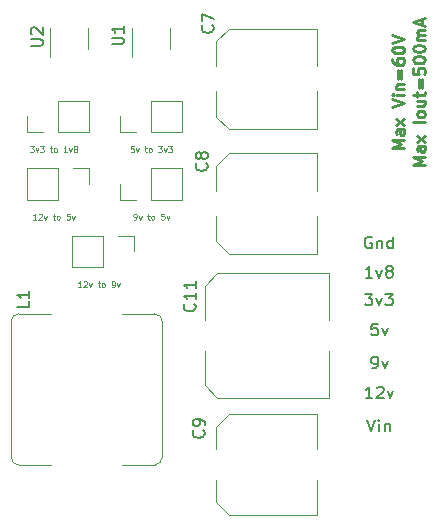
<source format=gbr>
G04 #@! TF.GenerationSoftware,KiCad,Pcbnew,5.1.5-1.fc30*
G04 #@! TF.CreationDate,2020-12-14T14:28:46-06:00*
G04 #@! TF.ProjectId,auxiliary_power,61757869-6c69-4617-9279-5f706f776572,rev?*
G04 #@! TF.SameCoordinates,Original*
G04 #@! TF.FileFunction,Legend,Top*
G04 #@! TF.FilePolarity,Positive*
%FSLAX46Y46*%
G04 Gerber Fmt 4.6, Leading zero omitted, Abs format (unit mm)*
G04 Created by KiCad (PCBNEW 5.1.5-1.fc30) date 2020-12-14 14:28:46*
%MOMM*%
%LPD*%
G04 APERTURE LIST*
%ADD10C,0.250000*%
%ADD11C,0.200000*%
%ADD12C,0.100000*%
%ADD13C,0.120000*%
%ADD14C,0.150000*%
G04 APERTURE END LIST*
D10*
X123021380Y-84954476D02*
X122021380Y-84954476D01*
X122735666Y-84621142D01*
X122021380Y-84287809D01*
X123021380Y-84287809D01*
X123021380Y-83383047D02*
X122497571Y-83383047D01*
X122402333Y-83430666D01*
X122354714Y-83525904D01*
X122354714Y-83716380D01*
X122402333Y-83811619D01*
X122973761Y-83383047D02*
X123021380Y-83478285D01*
X123021380Y-83716380D01*
X122973761Y-83811619D01*
X122878523Y-83859238D01*
X122783285Y-83859238D01*
X122688047Y-83811619D01*
X122640428Y-83716380D01*
X122640428Y-83478285D01*
X122592809Y-83383047D01*
X123021380Y-83002095D02*
X122354714Y-82478285D01*
X122354714Y-83002095D02*
X123021380Y-82478285D01*
X122021380Y-81478285D02*
X123021380Y-81144952D01*
X122021380Y-80811619D01*
X123021380Y-80478285D02*
X122354714Y-80478285D01*
X122021380Y-80478285D02*
X122069000Y-80525904D01*
X122116619Y-80478285D01*
X122069000Y-80430666D01*
X122021380Y-80478285D01*
X122116619Y-80478285D01*
X122354714Y-80002095D02*
X123021380Y-80002095D01*
X122449952Y-80002095D02*
X122402333Y-79954476D01*
X122354714Y-79859238D01*
X122354714Y-79716380D01*
X122402333Y-79621142D01*
X122497571Y-79573523D01*
X123021380Y-79573523D01*
X122497571Y-79097333D02*
X122497571Y-78335428D01*
X122783285Y-78335428D02*
X122783285Y-79097333D01*
X122021380Y-77430666D02*
X122021380Y-77621142D01*
X122069000Y-77716380D01*
X122116619Y-77764000D01*
X122259476Y-77859238D01*
X122449952Y-77906857D01*
X122830904Y-77906857D01*
X122926142Y-77859238D01*
X122973761Y-77811619D01*
X123021380Y-77716380D01*
X123021380Y-77525904D01*
X122973761Y-77430666D01*
X122926142Y-77383047D01*
X122830904Y-77335428D01*
X122592809Y-77335428D01*
X122497571Y-77383047D01*
X122449952Y-77430666D01*
X122402333Y-77525904D01*
X122402333Y-77716380D01*
X122449952Y-77811619D01*
X122497571Y-77859238D01*
X122592809Y-77906857D01*
X122021380Y-76716380D02*
X122021380Y-76621142D01*
X122069000Y-76525904D01*
X122116619Y-76478285D01*
X122211857Y-76430666D01*
X122402333Y-76383047D01*
X122640428Y-76383047D01*
X122830904Y-76430666D01*
X122926142Y-76478285D01*
X122973761Y-76525904D01*
X123021380Y-76621142D01*
X123021380Y-76716380D01*
X122973761Y-76811619D01*
X122926142Y-76859238D01*
X122830904Y-76906857D01*
X122640428Y-76954476D01*
X122402333Y-76954476D01*
X122211857Y-76906857D01*
X122116619Y-76859238D01*
X122069000Y-76811619D01*
X122021380Y-76716380D01*
X122021380Y-76097333D02*
X123021380Y-75764000D01*
X122021380Y-75430666D01*
X124771380Y-86406857D02*
X123771380Y-86406857D01*
X124485666Y-86073523D01*
X123771380Y-85740190D01*
X124771380Y-85740190D01*
X124771380Y-84835428D02*
X124247571Y-84835428D01*
X124152333Y-84883047D01*
X124104714Y-84978285D01*
X124104714Y-85168761D01*
X124152333Y-85264000D01*
X124723761Y-84835428D02*
X124771380Y-84930666D01*
X124771380Y-85168761D01*
X124723761Y-85264000D01*
X124628523Y-85311619D01*
X124533285Y-85311619D01*
X124438047Y-85264000D01*
X124390428Y-85168761D01*
X124390428Y-84930666D01*
X124342809Y-84835428D01*
X124771380Y-84454476D02*
X124104714Y-83930666D01*
X124104714Y-84454476D02*
X124771380Y-83930666D01*
X124771380Y-82787809D02*
X123771380Y-82787809D01*
X124771380Y-82168761D02*
X124723761Y-82264000D01*
X124676142Y-82311619D01*
X124580904Y-82359238D01*
X124295190Y-82359238D01*
X124199952Y-82311619D01*
X124152333Y-82264000D01*
X124104714Y-82168761D01*
X124104714Y-82025904D01*
X124152333Y-81930666D01*
X124199952Y-81883047D01*
X124295190Y-81835428D01*
X124580904Y-81835428D01*
X124676142Y-81883047D01*
X124723761Y-81930666D01*
X124771380Y-82025904D01*
X124771380Y-82168761D01*
X124104714Y-80978285D02*
X124771380Y-80978285D01*
X124104714Y-81406857D02*
X124628523Y-81406857D01*
X124723761Y-81359238D01*
X124771380Y-81264000D01*
X124771380Y-81121142D01*
X124723761Y-81025904D01*
X124676142Y-80978285D01*
X124104714Y-80644952D02*
X124104714Y-80264000D01*
X123771380Y-80502095D02*
X124628523Y-80502095D01*
X124723761Y-80454476D01*
X124771380Y-80359238D01*
X124771380Y-80264000D01*
X124247571Y-79930666D02*
X124247571Y-79168761D01*
X124533285Y-79168761D02*
X124533285Y-79930666D01*
X123771380Y-78216380D02*
X123771380Y-78692571D01*
X124247571Y-78740190D01*
X124199952Y-78692571D01*
X124152333Y-78597333D01*
X124152333Y-78359238D01*
X124199952Y-78264000D01*
X124247571Y-78216380D01*
X124342809Y-78168761D01*
X124580904Y-78168761D01*
X124676142Y-78216380D01*
X124723761Y-78264000D01*
X124771380Y-78359238D01*
X124771380Y-78597333D01*
X124723761Y-78692571D01*
X124676142Y-78740190D01*
X123771380Y-77549714D02*
X123771380Y-77454476D01*
X123819000Y-77359238D01*
X123866619Y-77311619D01*
X123961857Y-77264000D01*
X124152333Y-77216380D01*
X124390428Y-77216380D01*
X124580904Y-77264000D01*
X124676142Y-77311619D01*
X124723761Y-77359238D01*
X124771380Y-77454476D01*
X124771380Y-77549714D01*
X124723761Y-77644952D01*
X124676142Y-77692571D01*
X124580904Y-77740190D01*
X124390428Y-77787809D01*
X124152333Y-77787809D01*
X123961857Y-77740190D01*
X123866619Y-77692571D01*
X123819000Y-77644952D01*
X123771380Y-77549714D01*
X123771380Y-76597333D02*
X123771380Y-76502095D01*
X123819000Y-76406857D01*
X123866619Y-76359238D01*
X123961857Y-76311619D01*
X124152333Y-76264000D01*
X124390428Y-76264000D01*
X124580904Y-76311619D01*
X124676142Y-76359238D01*
X124723761Y-76406857D01*
X124771380Y-76502095D01*
X124771380Y-76597333D01*
X124723761Y-76692571D01*
X124676142Y-76740190D01*
X124580904Y-76787809D01*
X124390428Y-76835428D01*
X124152333Y-76835428D01*
X123961857Y-76787809D01*
X123866619Y-76740190D01*
X123819000Y-76692571D01*
X123771380Y-76597333D01*
X124771380Y-75835428D02*
X124104714Y-75835428D01*
X124199952Y-75835428D02*
X124152333Y-75787809D01*
X124104714Y-75692571D01*
X124104714Y-75549714D01*
X124152333Y-75454476D01*
X124247571Y-75406857D01*
X124771380Y-75406857D01*
X124247571Y-75406857D02*
X124152333Y-75359238D01*
X124104714Y-75264000D01*
X124104714Y-75121142D01*
X124152333Y-75025904D01*
X124247571Y-74978285D01*
X124771380Y-74978285D01*
X124485666Y-74549714D02*
X124485666Y-74073523D01*
X124771380Y-74644952D02*
X123771380Y-74311619D01*
X124771380Y-73978285D01*
D11*
X119880190Y-107973880D02*
X120213523Y-108973880D01*
X120546857Y-107973880D01*
X120880190Y-108973880D02*
X120880190Y-108307214D01*
X120880190Y-107973880D02*
X120832571Y-108021500D01*
X120880190Y-108069119D01*
X120927809Y-108021500D01*
X120880190Y-107973880D01*
X120880190Y-108069119D01*
X121356380Y-108307214D02*
X121356380Y-108973880D01*
X121356380Y-108402452D02*
X121404000Y-108354833D01*
X121499238Y-108307214D01*
X121642095Y-108307214D01*
X121737333Y-108354833D01*
X121784952Y-108450071D01*
X121784952Y-108973880D01*
X120332571Y-106179880D02*
X119761142Y-106179880D01*
X120046857Y-106179880D02*
X120046857Y-105179880D01*
X119951619Y-105322738D01*
X119856380Y-105417976D01*
X119761142Y-105465595D01*
X120713523Y-105275119D02*
X120761142Y-105227500D01*
X120856380Y-105179880D01*
X121094476Y-105179880D01*
X121189714Y-105227500D01*
X121237333Y-105275119D01*
X121284952Y-105370357D01*
X121284952Y-105465595D01*
X121237333Y-105608452D01*
X120665904Y-106179880D01*
X121284952Y-106179880D01*
X121618285Y-105513214D02*
X121856380Y-106179880D01*
X122094476Y-105513214D01*
X120332571Y-103639880D02*
X120523047Y-103639880D01*
X120618285Y-103592261D01*
X120665904Y-103544642D01*
X120761142Y-103401785D01*
X120808761Y-103211309D01*
X120808761Y-102830357D01*
X120761142Y-102735119D01*
X120713523Y-102687500D01*
X120618285Y-102639880D01*
X120427809Y-102639880D01*
X120332571Y-102687500D01*
X120284952Y-102735119D01*
X120237333Y-102830357D01*
X120237333Y-103068452D01*
X120284952Y-103163690D01*
X120332571Y-103211309D01*
X120427809Y-103258928D01*
X120618285Y-103258928D01*
X120713523Y-103211309D01*
X120761142Y-103163690D01*
X120808761Y-103068452D01*
X121142095Y-102973214D02*
X121380190Y-103639880D01*
X121618285Y-102973214D01*
X120761142Y-99845880D02*
X120284952Y-99845880D01*
X120237333Y-100322071D01*
X120284952Y-100274452D01*
X120380190Y-100226833D01*
X120618285Y-100226833D01*
X120713523Y-100274452D01*
X120761142Y-100322071D01*
X120808761Y-100417309D01*
X120808761Y-100655404D01*
X120761142Y-100750642D01*
X120713523Y-100798261D01*
X120618285Y-100845880D01*
X120380190Y-100845880D01*
X120284952Y-100798261D01*
X120237333Y-100750642D01*
X121142095Y-100179214D02*
X121380190Y-100845880D01*
X121618285Y-100179214D01*
X119713523Y-97305880D02*
X120332571Y-97305880D01*
X119999238Y-97686833D01*
X120142095Y-97686833D01*
X120237333Y-97734452D01*
X120284952Y-97782071D01*
X120332571Y-97877309D01*
X120332571Y-98115404D01*
X120284952Y-98210642D01*
X120237333Y-98258261D01*
X120142095Y-98305880D01*
X119856380Y-98305880D01*
X119761142Y-98258261D01*
X119713523Y-98210642D01*
X120665904Y-97639214D02*
X120904000Y-98305880D01*
X121142095Y-97639214D01*
X121427809Y-97305880D02*
X122046857Y-97305880D01*
X121713523Y-97686833D01*
X121856380Y-97686833D01*
X121951619Y-97734452D01*
X121999238Y-97782071D01*
X122046857Y-97877309D01*
X122046857Y-98115404D01*
X121999238Y-98210642D01*
X121951619Y-98258261D01*
X121856380Y-98305880D01*
X121570666Y-98305880D01*
X121475428Y-98258261D01*
X121427809Y-98210642D01*
X120332571Y-95956380D02*
X119761142Y-95956380D01*
X120046857Y-95956380D02*
X120046857Y-94956380D01*
X119951619Y-95099238D01*
X119856380Y-95194476D01*
X119761142Y-95242095D01*
X120665904Y-95289714D02*
X120904000Y-95956380D01*
X121142095Y-95289714D01*
X121665904Y-95384952D02*
X121570666Y-95337333D01*
X121523047Y-95289714D01*
X121475428Y-95194476D01*
X121475428Y-95146857D01*
X121523047Y-95051619D01*
X121570666Y-95004000D01*
X121665904Y-94956380D01*
X121856380Y-94956380D01*
X121951619Y-95004000D01*
X121999238Y-95051619D01*
X122046857Y-95146857D01*
X122046857Y-95194476D01*
X121999238Y-95289714D01*
X121951619Y-95337333D01*
X121856380Y-95384952D01*
X121665904Y-95384952D01*
X121570666Y-95432571D01*
X121523047Y-95480190D01*
X121475428Y-95575428D01*
X121475428Y-95765904D01*
X121523047Y-95861142D01*
X121570666Y-95908761D01*
X121665904Y-95956380D01*
X121856380Y-95956380D01*
X121951619Y-95908761D01*
X121999238Y-95861142D01*
X122046857Y-95765904D01*
X122046857Y-95575428D01*
X121999238Y-95480190D01*
X121951619Y-95432571D01*
X121856380Y-95384952D01*
X120261142Y-92527500D02*
X120165904Y-92479880D01*
X120023047Y-92479880D01*
X119880190Y-92527500D01*
X119784952Y-92622738D01*
X119737333Y-92717976D01*
X119689714Y-92908452D01*
X119689714Y-93051309D01*
X119737333Y-93241785D01*
X119784952Y-93337023D01*
X119880190Y-93432261D01*
X120023047Y-93479880D01*
X120118285Y-93479880D01*
X120261142Y-93432261D01*
X120308761Y-93384642D01*
X120308761Y-93051309D01*
X120118285Y-93051309D01*
X120737333Y-92813214D02*
X120737333Y-93479880D01*
X120737333Y-92908452D02*
X120784952Y-92860833D01*
X120880190Y-92813214D01*
X121023047Y-92813214D01*
X121118285Y-92860833D01*
X121165904Y-92956071D01*
X121165904Y-93479880D01*
X122070666Y-93479880D02*
X122070666Y-92479880D01*
X122070666Y-93432261D02*
X121975428Y-93479880D01*
X121784952Y-93479880D01*
X121689714Y-93432261D01*
X121642095Y-93384642D01*
X121594476Y-93289404D01*
X121594476Y-93003690D01*
X121642095Y-92908452D01*
X121689714Y-92860833D01*
X121784952Y-92813214D01*
X121975428Y-92813214D01*
X122070666Y-92860833D01*
D12*
X95690714Y-96746190D02*
X95405000Y-96746190D01*
X95547857Y-96746190D02*
X95547857Y-96246190D01*
X95500238Y-96317619D01*
X95452619Y-96365238D01*
X95405000Y-96389047D01*
X95881190Y-96293809D02*
X95905000Y-96270000D01*
X95952619Y-96246190D01*
X96071666Y-96246190D01*
X96119285Y-96270000D01*
X96143095Y-96293809D01*
X96166904Y-96341428D01*
X96166904Y-96389047D01*
X96143095Y-96460476D01*
X95857380Y-96746190D01*
X96166904Y-96746190D01*
X96333571Y-96412857D02*
X96452619Y-96746190D01*
X96571666Y-96412857D01*
X97071666Y-96412857D02*
X97262142Y-96412857D01*
X97143095Y-96246190D02*
X97143095Y-96674761D01*
X97166904Y-96722380D01*
X97214523Y-96746190D01*
X97262142Y-96746190D01*
X97500238Y-96746190D02*
X97452619Y-96722380D01*
X97428809Y-96698571D01*
X97405000Y-96650952D01*
X97405000Y-96508095D01*
X97428809Y-96460476D01*
X97452619Y-96436666D01*
X97500238Y-96412857D01*
X97571666Y-96412857D01*
X97619285Y-96436666D01*
X97643095Y-96460476D01*
X97666904Y-96508095D01*
X97666904Y-96650952D01*
X97643095Y-96698571D01*
X97619285Y-96722380D01*
X97571666Y-96746190D01*
X97500238Y-96746190D01*
X98285952Y-96746190D02*
X98381190Y-96746190D01*
X98428809Y-96722380D01*
X98452619Y-96698571D01*
X98500238Y-96627142D01*
X98524047Y-96531904D01*
X98524047Y-96341428D01*
X98500238Y-96293809D01*
X98476428Y-96270000D01*
X98428809Y-96246190D01*
X98333571Y-96246190D01*
X98285952Y-96270000D01*
X98262142Y-96293809D01*
X98238333Y-96341428D01*
X98238333Y-96460476D01*
X98262142Y-96508095D01*
X98285952Y-96531904D01*
X98333571Y-96555714D01*
X98428809Y-96555714D01*
X98476428Y-96531904D01*
X98500238Y-96508095D01*
X98524047Y-96460476D01*
X98690714Y-96412857D02*
X98809761Y-96746190D01*
X98928809Y-96412857D01*
X100135714Y-91031190D02*
X100230952Y-91031190D01*
X100278571Y-91007380D01*
X100302380Y-90983571D01*
X100350000Y-90912142D01*
X100373809Y-90816904D01*
X100373809Y-90626428D01*
X100350000Y-90578809D01*
X100326190Y-90555000D01*
X100278571Y-90531190D01*
X100183333Y-90531190D01*
X100135714Y-90555000D01*
X100111904Y-90578809D01*
X100088095Y-90626428D01*
X100088095Y-90745476D01*
X100111904Y-90793095D01*
X100135714Y-90816904D01*
X100183333Y-90840714D01*
X100278571Y-90840714D01*
X100326190Y-90816904D01*
X100350000Y-90793095D01*
X100373809Y-90745476D01*
X100540476Y-90697857D02*
X100659523Y-91031190D01*
X100778571Y-90697857D01*
X101278571Y-90697857D02*
X101469047Y-90697857D01*
X101350000Y-90531190D02*
X101350000Y-90959761D01*
X101373809Y-91007380D01*
X101421428Y-91031190D01*
X101469047Y-91031190D01*
X101707142Y-91031190D02*
X101659523Y-91007380D01*
X101635714Y-90983571D01*
X101611904Y-90935952D01*
X101611904Y-90793095D01*
X101635714Y-90745476D01*
X101659523Y-90721666D01*
X101707142Y-90697857D01*
X101778571Y-90697857D01*
X101826190Y-90721666D01*
X101850000Y-90745476D01*
X101873809Y-90793095D01*
X101873809Y-90935952D01*
X101850000Y-90983571D01*
X101826190Y-91007380D01*
X101778571Y-91031190D01*
X101707142Y-91031190D01*
X102707142Y-90531190D02*
X102469047Y-90531190D01*
X102445238Y-90769285D01*
X102469047Y-90745476D01*
X102516666Y-90721666D01*
X102635714Y-90721666D01*
X102683333Y-90745476D01*
X102707142Y-90769285D01*
X102730952Y-90816904D01*
X102730952Y-90935952D01*
X102707142Y-90983571D01*
X102683333Y-91007380D01*
X102635714Y-91031190D01*
X102516666Y-91031190D01*
X102469047Y-91007380D01*
X102445238Y-90983571D01*
X102897619Y-90697857D02*
X103016666Y-91031190D01*
X103135714Y-90697857D01*
X91880714Y-91031190D02*
X91595000Y-91031190D01*
X91737857Y-91031190D02*
X91737857Y-90531190D01*
X91690238Y-90602619D01*
X91642619Y-90650238D01*
X91595000Y-90674047D01*
X92071190Y-90578809D02*
X92095000Y-90555000D01*
X92142619Y-90531190D01*
X92261666Y-90531190D01*
X92309285Y-90555000D01*
X92333095Y-90578809D01*
X92356904Y-90626428D01*
X92356904Y-90674047D01*
X92333095Y-90745476D01*
X92047380Y-91031190D01*
X92356904Y-91031190D01*
X92523571Y-90697857D02*
X92642619Y-91031190D01*
X92761666Y-90697857D01*
X93261666Y-90697857D02*
X93452142Y-90697857D01*
X93333095Y-90531190D02*
X93333095Y-90959761D01*
X93356904Y-91007380D01*
X93404523Y-91031190D01*
X93452142Y-91031190D01*
X93690238Y-91031190D02*
X93642619Y-91007380D01*
X93618809Y-90983571D01*
X93595000Y-90935952D01*
X93595000Y-90793095D01*
X93618809Y-90745476D01*
X93642619Y-90721666D01*
X93690238Y-90697857D01*
X93761666Y-90697857D01*
X93809285Y-90721666D01*
X93833095Y-90745476D01*
X93856904Y-90793095D01*
X93856904Y-90935952D01*
X93833095Y-90983571D01*
X93809285Y-91007380D01*
X93761666Y-91031190D01*
X93690238Y-91031190D01*
X94690238Y-90531190D02*
X94452142Y-90531190D01*
X94428333Y-90769285D01*
X94452142Y-90745476D01*
X94499761Y-90721666D01*
X94618809Y-90721666D01*
X94666428Y-90745476D01*
X94690238Y-90769285D01*
X94714047Y-90816904D01*
X94714047Y-90935952D01*
X94690238Y-90983571D01*
X94666428Y-91007380D01*
X94618809Y-91031190D01*
X94499761Y-91031190D01*
X94452142Y-91007380D01*
X94428333Y-90983571D01*
X94880714Y-90697857D02*
X94999761Y-91031190D01*
X95118809Y-90697857D01*
X100111904Y-84816190D02*
X99873809Y-84816190D01*
X99850000Y-85054285D01*
X99873809Y-85030476D01*
X99921428Y-85006666D01*
X100040476Y-85006666D01*
X100088095Y-85030476D01*
X100111904Y-85054285D01*
X100135714Y-85101904D01*
X100135714Y-85220952D01*
X100111904Y-85268571D01*
X100088095Y-85292380D01*
X100040476Y-85316190D01*
X99921428Y-85316190D01*
X99873809Y-85292380D01*
X99850000Y-85268571D01*
X100302380Y-84982857D02*
X100421428Y-85316190D01*
X100540476Y-84982857D01*
X101040476Y-84982857D02*
X101230952Y-84982857D01*
X101111904Y-84816190D02*
X101111904Y-85244761D01*
X101135714Y-85292380D01*
X101183333Y-85316190D01*
X101230952Y-85316190D01*
X101469047Y-85316190D02*
X101421428Y-85292380D01*
X101397619Y-85268571D01*
X101373809Y-85220952D01*
X101373809Y-85078095D01*
X101397619Y-85030476D01*
X101421428Y-85006666D01*
X101469047Y-84982857D01*
X101540476Y-84982857D01*
X101588095Y-85006666D01*
X101611904Y-85030476D01*
X101635714Y-85078095D01*
X101635714Y-85220952D01*
X101611904Y-85268571D01*
X101588095Y-85292380D01*
X101540476Y-85316190D01*
X101469047Y-85316190D01*
X102183333Y-84816190D02*
X102492857Y-84816190D01*
X102326190Y-85006666D01*
X102397619Y-85006666D01*
X102445238Y-85030476D01*
X102469047Y-85054285D01*
X102492857Y-85101904D01*
X102492857Y-85220952D01*
X102469047Y-85268571D01*
X102445238Y-85292380D01*
X102397619Y-85316190D01*
X102254761Y-85316190D01*
X102207142Y-85292380D01*
X102183333Y-85268571D01*
X102659523Y-84982857D02*
X102778571Y-85316190D01*
X102897619Y-84982857D01*
X103040476Y-84816190D02*
X103350000Y-84816190D01*
X103183333Y-85006666D01*
X103254761Y-85006666D01*
X103302380Y-85030476D01*
X103326190Y-85054285D01*
X103350000Y-85101904D01*
X103350000Y-85220952D01*
X103326190Y-85268571D01*
X103302380Y-85292380D01*
X103254761Y-85316190D01*
X103111904Y-85316190D01*
X103064285Y-85292380D01*
X103040476Y-85268571D01*
X91333095Y-84816190D02*
X91642619Y-84816190D01*
X91475952Y-85006666D01*
X91547380Y-85006666D01*
X91595000Y-85030476D01*
X91618809Y-85054285D01*
X91642619Y-85101904D01*
X91642619Y-85220952D01*
X91618809Y-85268571D01*
X91595000Y-85292380D01*
X91547380Y-85316190D01*
X91404523Y-85316190D01*
X91356904Y-85292380D01*
X91333095Y-85268571D01*
X91809285Y-84982857D02*
X91928333Y-85316190D01*
X92047380Y-84982857D01*
X92190238Y-84816190D02*
X92499761Y-84816190D01*
X92333095Y-85006666D01*
X92404523Y-85006666D01*
X92452142Y-85030476D01*
X92475952Y-85054285D01*
X92499761Y-85101904D01*
X92499761Y-85220952D01*
X92475952Y-85268571D01*
X92452142Y-85292380D01*
X92404523Y-85316190D01*
X92261666Y-85316190D01*
X92214047Y-85292380D01*
X92190238Y-85268571D01*
X93023571Y-84982857D02*
X93214047Y-84982857D01*
X93095000Y-84816190D02*
X93095000Y-85244761D01*
X93118809Y-85292380D01*
X93166428Y-85316190D01*
X93214047Y-85316190D01*
X93452142Y-85316190D02*
X93404523Y-85292380D01*
X93380714Y-85268571D01*
X93356904Y-85220952D01*
X93356904Y-85078095D01*
X93380714Y-85030476D01*
X93404523Y-85006666D01*
X93452142Y-84982857D01*
X93523571Y-84982857D01*
X93571190Y-85006666D01*
X93595000Y-85030476D01*
X93618809Y-85078095D01*
X93618809Y-85220952D01*
X93595000Y-85268571D01*
X93571190Y-85292380D01*
X93523571Y-85316190D01*
X93452142Y-85316190D01*
X94475952Y-85316190D02*
X94190238Y-85316190D01*
X94333095Y-85316190D02*
X94333095Y-84816190D01*
X94285476Y-84887619D01*
X94237857Y-84935238D01*
X94190238Y-84959047D01*
X94642619Y-84982857D02*
X94761666Y-85316190D01*
X94880714Y-84982857D01*
X95142619Y-85030476D02*
X95095000Y-85006666D01*
X95071190Y-84982857D01*
X95047380Y-84935238D01*
X95047380Y-84911428D01*
X95071190Y-84863809D01*
X95095000Y-84840000D01*
X95142619Y-84816190D01*
X95237857Y-84816190D01*
X95285476Y-84840000D01*
X95309285Y-84863809D01*
X95333095Y-84911428D01*
X95333095Y-84935238D01*
X95309285Y-84982857D01*
X95285476Y-85006666D01*
X95237857Y-85030476D01*
X95142619Y-85030476D01*
X95095000Y-85054285D01*
X95071190Y-85078095D01*
X95047380Y-85125714D01*
X95047380Y-85220952D01*
X95071190Y-85268571D01*
X95095000Y-85292380D01*
X95142619Y-85316190D01*
X95237857Y-85316190D01*
X95285476Y-85292380D01*
X95309285Y-85268571D01*
X95333095Y-85220952D01*
X95333095Y-85125714D01*
X95309285Y-85078095D01*
X95285476Y-85054285D01*
X95237857Y-85030476D01*
D13*
X93005000Y-74792000D02*
X93005000Y-77242000D01*
X96225000Y-76592000D02*
X96225000Y-74792000D01*
X99990000Y-74792000D02*
X99990000Y-77242000D01*
X103210000Y-76592000D02*
X103210000Y-74792000D01*
X89739000Y-99660000D02*
G75*
G02X90389000Y-99010000I650000J0D01*
G01*
X101889000Y-99010000D02*
G75*
G02X102539000Y-99660000I0J-650000D01*
G01*
X102539000Y-111160000D02*
G75*
G02X101889000Y-111810000I-650000J0D01*
G01*
X90389000Y-111810000D02*
G75*
G02X89739000Y-111160000I0J650000D01*
G01*
X99139000Y-99010000D02*
X101889000Y-99010000D01*
X99139000Y-111810000D02*
X101889000Y-111810000D01*
X90389000Y-99010000D02*
X93139000Y-99010000D01*
X102539000Y-99660000D02*
X102539000Y-111160000D01*
X90389000Y-111810000D02*
X93139000Y-111810000D01*
X89739000Y-111160000D02*
X89739000Y-99660000D01*
X99000000Y-89341000D02*
X99000000Y-88011000D01*
X100330000Y-89341000D02*
X99000000Y-89341000D01*
X101600000Y-89341000D02*
X101600000Y-86681000D01*
X101600000Y-86681000D02*
X104200000Y-86681000D01*
X101600000Y-89341000D02*
X104200000Y-89341000D01*
X104200000Y-89341000D02*
X104200000Y-86681000D01*
X91126000Y-83626000D02*
X91126000Y-82296000D01*
X92456000Y-83626000D02*
X91126000Y-83626000D01*
X93726000Y-83626000D02*
X93726000Y-80966000D01*
X93726000Y-80966000D02*
X96326000Y-80966000D01*
X93726000Y-83626000D02*
X96326000Y-83626000D01*
X96326000Y-83626000D02*
X96326000Y-80966000D01*
X96326000Y-86681000D02*
X96326000Y-88011000D01*
X94996000Y-86681000D02*
X96326000Y-86681000D01*
X93726000Y-86681000D02*
X93726000Y-89341000D01*
X93726000Y-89341000D02*
X91126000Y-89341000D01*
X93726000Y-86681000D02*
X91126000Y-86681000D01*
X91126000Y-86681000D02*
X91126000Y-89341000D01*
X99000000Y-83626000D02*
X99000000Y-82296000D01*
X100330000Y-83626000D02*
X99000000Y-83626000D01*
X101600000Y-83626000D02*
X101600000Y-80966000D01*
X101600000Y-80966000D02*
X104200000Y-80966000D01*
X101600000Y-83626000D02*
X104200000Y-83626000D01*
X104200000Y-83626000D02*
X104200000Y-80966000D01*
X100136000Y-92396000D02*
X100136000Y-93726000D01*
X98806000Y-92396000D02*
X100136000Y-92396000D01*
X97536000Y-92396000D02*
X97536000Y-95056000D01*
X97536000Y-95056000D02*
X94936000Y-95056000D01*
X97536000Y-92396000D02*
X94936000Y-92396000D01*
X94936000Y-92396000D02*
X94936000Y-95056000D01*
X106119000Y-105033563D02*
X107183437Y-106098000D01*
X106119000Y-96642437D02*
X107183437Y-95578000D01*
X106119000Y-96642437D02*
X106119000Y-99528000D01*
X106119000Y-105033563D02*
X106119000Y-102148000D01*
X107183437Y-106098000D02*
X116639000Y-106098000D01*
X107183437Y-95578000D02*
X116639000Y-95578000D01*
X116639000Y-95578000D02*
X116639000Y-99528000D01*
X116639000Y-106098000D02*
X116639000Y-102148000D01*
X107119000Y-114955563D02*
X108183437Y-116020000D01*
X107119000Y-108564437D02*
X108183437Y-107500000D01*
X107119000Y-108564437D02*
X107119000Y-110450000D01*
X107119000Y-114955563D02*
X107119000Y-113070000D01*
X108183437Y-116020000D02*
X115639000Y-116020000D01*
X108183437Y-107500000D02*
X115639000Y-107500000D01*
X115639000Y-107500000D02*
X115639000Y-110450000D01*
X115639000Y-116020000D02*
X115639000Y-113070000D01*
X107119000Y-92857563D02*
X108183437Y-93922000D01*
X107119000Y-86466437D02*
X108183437Y-85402000D01*
X107119000Y-86466437D02*
X107119000Y-88602000D01*
X107119000Y-92857563D02*
X107119000Y-90722000D01*
X108183437Y-93922000D02*
X115639000Y-93922000D01*
X108183437Y-85402000D02*
X115639000Y-85402000D01*
X115639000Y-85402000D02*
X115639000Y-88602000D01*
X115639000Y-93922000D02*
X115639000Y-90722000D01*
X107119000Y-82316563D02*
X108183437Y-83381000D01*
X107119000Y-75925437D02*
X108183437Y-74861000D01*
X107119000Y-75925437D02*
X107119000Y-78061000D01*
X107119000Y-82316563D02*
X107119000Y-80181000D01*
X108183437Y-83381000D02*
X115639000Y-83381000D01*
X108183437Y-74861000D02*
X115639000Y-74861000D01*
X115639000Y-74861000D02*
X115639000Y-78061000D01*
X115639000Y-83381000D02*
X115639000Y-80181000D01*
D14*
X91400380Y-76326904D02*
X92209904Y-76326904D01*
X92305142Y-76279285D01*
X92352761Y-76231666D01*
X92400380Y-76136428D01*
X92400380Y-75945952D01*
X92352761Y-75850714D01*
X92305142Y-75803095D01*
X92209904Y-75755476D01*
X91400380Y-75755476D01*
X91495619Y-75326904D02*
X91448000Y-75279285D01*
X91400380Y-75184047D01*
X91400380Y-74945952D01*
X91448000Y-74850714D01*
X91495619Y-74803095D01*
X91590857Y-74755476D01*
X91686095Y-74755476D01*
X91828952Y-74803095D01*
X92400380Y-75374523D01*
X92400380Y-74755476D01*
X98258380Y-76199904D02*
X99067904Y-76199904D01*
X99163142Y-76152285D01*
X99210761Y-76104666D01*
X99258380Y-76009428D01*
X99258380Y-75818952D01*
X99210761Y-75723714D01*
X99163142Y-75676095D01*
X99067904Y-75628476D01*
X98258380Y-75628476D01*
X99258380Y-74628476D02*
X99258380Y-75199904D01*
X99258380Y-74914190D02*
X98258380Y-74914190D01*
X98401238Y-75009428D01*
X98496476Y-75104666D01*
X98544095Y-75199904D01*
X91257380Y-97956666D02*
X91257380Y-98432857D01*
X90257380Y-98432857D01*
X91257380Y-97099523D02*
X91257380Y-97670952D01*
X91257380Y-97385238D02*
X90257380Y-97385238D01*
X90400238Y-97480476D01*
X90495476Y-97575714D01*
X90543095Y-97670952D01*
X105259142Y-98178857D02*
X105306761Y-98226476D01*
X105354380Y-98369333D01*
X105354380Y-98464571D01*
X105306761Y-98607428D01*
X105211523Y-98702666D01*
X105116285Y-98750285D01*
X104925809Y-98797904D01*
X104782952Y-98797904D01*
X104592476Y-98750285D01*
X104497238Y-98702666D01*
X104402000Y-98607428D01*
X104354380Y-98464571D01*
X104354380Y-98369333D01*
X104402000Y-98226476D01*
X104449619Y-98178857D01*
X105354380Y-97226476D02*
X105354380Y-97797904D01*
X105354380Y-97512190D02*
X104354380Y-97512190D01*
X104497238Y-97607428D01*
X104592476Y-97702666D01*
X104640095Y-97797904D01*
X105354380Y-96274095D02*
X105354380Y-96845523D01*
X105354380Y-96559809D02*
X104354380Y-96559809D01*
X104497238Y-96655047D01*
X104592476Y-96750285D01*
X104640095Y-96845523D01*
X106021142Y-108878666D02*
X106068761Y-108926285D01*
X106116380Y-109069142D01*
X106116380Y-109164380D01*
X106068761Y-109307238D01*
X105973523Y-109402476D01*
X105878285Y-109450095D01*
X105687809Y-109497714D01*
X105544952Y-109497714D01*
X105354476Y-109450095D01*
X105259238Y-109402476D01*
X105164000Y-109307238D01*
X105116380Y-109164380D01*
X105116380Y-109069142D01*
X105164000Y-108926285D01*
X105211619Y-108878666D01*
X106116380Y-108402476D02*
X106116380Y-108212000D01*
X106068761Y-108116761D01*
X106021142Y-108069142D01*
X105878285Y-107973904D01*
X105687809Y-107926285D01*
X105306857Y-107926285D01*
X105211619Y-107973904D01*
X105164000Y-108021523D01*
X105116380Y-108116761D01*
X105116380Y-108307238D01*
X105164000Y-108402476D01*
X105211619Y-108450095D01*
X105306857Y-108497714D01*
X105544952Y-108497714D01*
X105640190Y-108450095D01*
X105687809Y-108402476D01*
X105735428Y-108307238D01*
X105735428Y-108116761D01*
X105687809Y-108021523D01*
X105640190Y-107973904D01*
X105544952Y-107926285D01*
X106275142Y-86272666D02*
X106322761Y-86320285D01*
X106370380Y-86463142D01*
X106370380Y-86558380D01*
X106322761Y-86701238D01*
X106227523Y-86796476D01*
X106132285Y-86844095D01*
X105941809Y-86891714D01*
X105798952Y-86891714D01*
X105608476Y-86844095D01*
X105513238Y-86796476D01*
X105418000Y-86701238D01*
X105370380Y-86558380D01*
X105370380Y-86463142D01*
X105418000Y-86320285D01*
X105465619Y-86272666D01*
X105798952Y-85701238D02*
X105751333Y-85796476D01*
X105703714Y-85844095D01*
X105608476Y-85891714D01*
X105560857Y-85891714D01*
X105465619Y-85844095D01*
X105418000Y-85796476D01*
X105370380Y-85701238D01*
X105370380Y-85510761D01*
X105418000Y-85415523D01*
X105465619Y-85367904D01*
X105560857Y-85320285D01*
X105608476Y-85320285D01*
X105703714Y-85367904D01*
X105751333Y-85415523D01*
X105798952Y-85510761D01*
X105798952Y-85701238D01*
X105846571Y-85796476D01*
X105894190Y-85844095D01*
X105989428Y-85891714D01*
X106179904Y-85891714D01*
X106275142Y-85844095D01*
X106322761Y-85796476D01*
X106370380Y-85701238D01*
X106370380Y-85510761D01*
X106322761Y-85415523D01*
X106275142Y-85367904D01*
X106179904Y-85320285D01*
X105989428Y-85320285D01*
X105894190Y-85367904D01*
X105846571Y-85415523D01*
X105798952Y-85510761D01*
X106783142Y-74588666D02*
X106830761Y-74636285D01*
X106878380Y-74779142D01*
X106878380Y-74874380D01*
X106830761Y-75017238D01*
X106735523Y-75112476D01*
X106640285Y-75160095D01*
X106449809Y-75207714D01*
X106306952Y-75207714D01*
X106116476Y-75160095D01*
X106021238Y-75112476D01*
X105926000Y-75017238D01*
X105878380Y-74874380D01*
X105878380Y-74779142D01*
X105926000Y-74636285D01*
X105973619Y-74588666D01*
X105878380Y-74255333D02*
X105878380Y-73588666D01*
X106878380Y-74017238D01*
M02*

</source>
